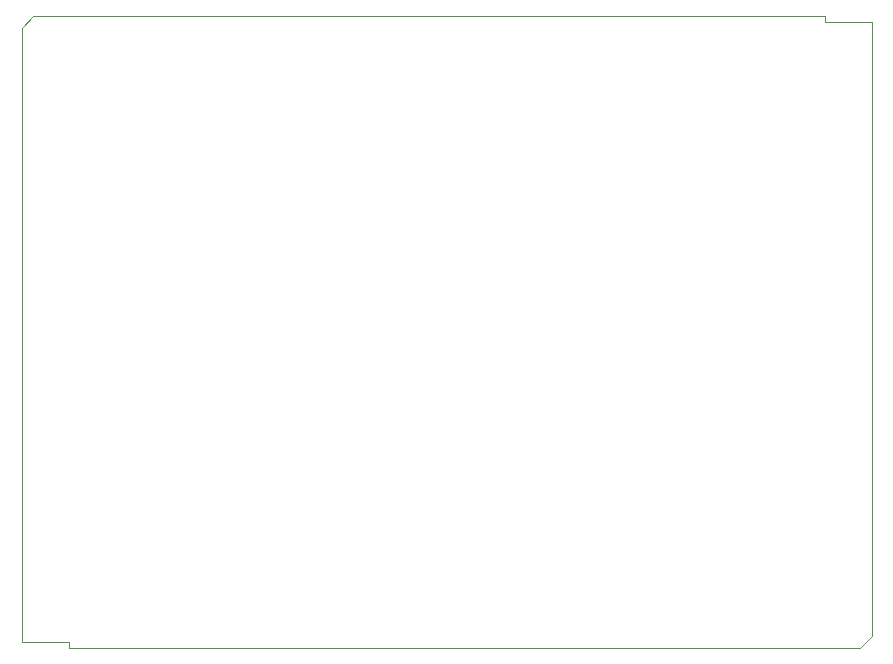
<source format=gbr>
%TF.GenerationSoftware,KiCad,Pcbnew,7.0.2*%
%TF.CreationDate,2023-08-02T15:39:13+02:00*%
%TF.ProjectId,ATV,4154562e-6b69-4636-9164-5f7063625858,1*%
%TF.SameCoordinates,Original*%
%TF.FileFunction,Profile,NP*%
%FSLAX46Y46*%
G04 Gerber Fmt 4.6, Leading zero omitted, Abs format (unit mm)*
G04 Created by KiCad (PCBNEW 7.0.2) date 2023-08-02 15:39:13*
%MOMM*%
%LPD*%
G01*
G04 APERTURE LIST*
%TA.AperFunction,Profile*%
%ADD10C,0.050000*%
%TD*%
G04 APERTURE END LIST*
D10*
X131664000Y-162134000D02*
X132664000Y-161134000D01*
X60664000Y-109634000D02*
X61664000Y-108634000D01*
X64664000Y-161634000D02*
X60664000Y-161634000D01*
X64664000Y-161634000D02*
X64664000Y-162134000D01*
X128664000Y-109134000D02*
X132664000Y-109134000D01*
X128664000Y-109134000D02*
X128664000Y-108634000D01*
X60664000Y-161634000D02*
X60664000Y-109634000D01*
X128664000Y-108634000D02*
X61664000Y-108634000D01*
X131664000Y-162134000D02*
X64664000Y-162134000D01*
X132664000Y-161134000D02*
X132664000Y-109134000D01*
M02*

</source>
